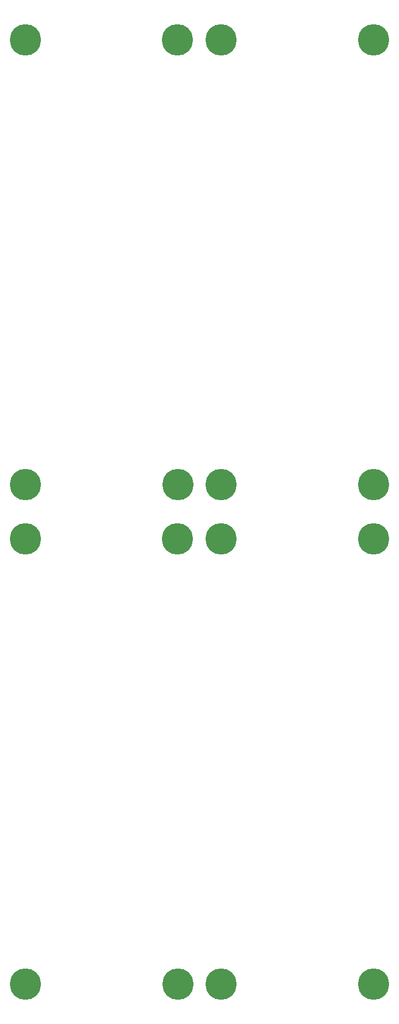
<source format=gbr>
G04 #@! TF.GenerationSoftware,KiCad,Pcbnew,(6.0.5)*
G04 #@! TF.CreationDate,2022-11-22T13:16:36+13:00*
G04 #@! TF.ProjectId,RGB-to-component-covers,5247422d-746f-42d6-936f-6d706f6e656e,rev?*
G04 #@! TF.SameCoordinates,Original*
G04 #@! TF.FileFunction,Soldermask,Top*
G04 #@! TF.FilePolarity,Negative*
%FSLAX46Y46*%
G04 Gerber Fmt 4.6, Leading zero omitted, Abs format (unit mm)*
G04 Created by KiCad (PCBNEW (6.0.5)) date 2022-11-22 13:16:36*
%MOMM*%
%LPD*%
G01*
G04 APERTURE LIST*
%ADD10C,4.802000*%
G04 APERTURE END LIST*
D10*
X108800000Y-109000000D03*
X132150000Y-41000000D03*
X132200000Y-109000000D03*
X108800000Y-41000000D03*
X108800000Y-185300000D03*
X132150000Y-117300000D03*
X132200000Y-185300000D03*
X108800000Y-117300000D03*
X78800000Y-41000000D03*
X102200000Y-109000000D03*
X102150000Y-41000000D03*
X78800000Y-109000000D03*
X102200000Y-185300000D03*
X78800000Y-117300000D03*
X78800000Y-185300000D03*
X102150000Y-117300000D03*
M02*

</source>
